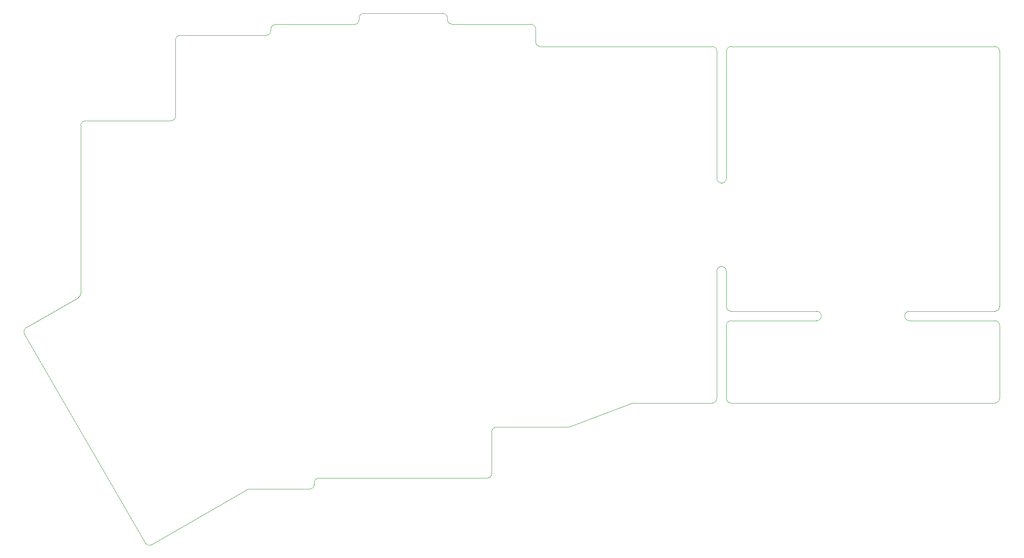
<source format=gbr>
%TF.GenerationSoftware,KiCad,Pcbnew,7.0.10*%
%TF.CreationDate,2024-03-24T21:28:30-04:00*%
%TF.ProjectId,Breeze,42726565-7a65-42e6-9b69-6361645f7063,Rev1.2*%
%TF.SameCoordinates,Original*%
%TF.FileFunction,Profile,NP*%
%FSLAX46Y46*%
G04 Gerber Fmt 4.6, Leading zero omitted, Abs format (unit mm)*
G04 Created by KiCad (PCBNEW 7.0.10) date 2024-03-24 21:28:30*
%MOMM*%
%LPD*%
G01*
G04 APERTURE LIST*
%TA.AperFunction,Profile*%
%ADD10C,0.050000*%
%TD*%
G04 APERTURE END LIST*
D10*
X166372000Y-194317000D02*
X202672000Y-194317000D01*
X252270000Y-102126000D02*
G75*
G03*
X251270000Y-101126000I-1000000J0D01*
G01*
X252270000Y-129614000D02*
G75*
G03*
X253270000Y-130614000I1000000J0D01*
G01*
X251270000Y-101126000D02*
X214150000Y-101126000D01*
X219962000Y-183317000D02*
G75*
G03*
X220312305Y-183253636I0J1000000D01*
G01*
X128896001Y-208308000D02*
G75*
G03*
X130262000Y-208673999I865999J500000D01*
G01*
X292795000Y-159321000D02*
X292795000Y-159276000D01*
X254305000Y-157276000D02*
G75*
G03*
X255305000Y-158276000I1000000J0D01*
G01*
X103212000Y-161822001D02*
G75*
G03*
X102846001Y-163188000I500000J-865999D01*
G01*
X134440000Y-117186000D02*
X115970000Y-117186000D01*
X313265000Y-102126000D02*
X313265000Y-157276000D01*
X254305000Y-129614000D02*
X254305000Y-102126000D01*
X212150000Y-96296000D02*
X195100000Y-96296000D01*
X204672000Y-183317000D02*
X219962000Y-183317000D01*
X254305000Y-161321000D02*
X254305000Y-177101000D01*
X251270000Y-178101000D02*
G75*
G03*
X252270000Y-177101000I0J1000000D01*
G01*
X273795000Y-158276000D02*
X255305000Y-158276000D01*
X134440000Y-117186000D02*
G75*
G03*
X135440000Y-116186000I0J1000000D01*
G01*
X313265000Y-161321000D02*
X313265000Y-177101000D01*
X102846000Y-163188000D02*
X128896000Y-208308000D01*
X312265000Y-160321000D02*
X293795000Y-160321000D01*
X292795000Y-159321000D02*
G75*
G03*
X293795000Y-160321000I1000000J0D01*
G01*
X130262000Y-208674000D02*
X150774000Y-196831000D01*
X255305000Y-101126000D02*
X312265000Y-101126000D01*
X203672000Y-193317000D02*
X203672000Y-184317000D01*
X194100000Y-95296000D02*
X194100000Y-94956000D01*
X175050000Y-94956000D02*
X175050000Y-95376000D01*
X274795000Y-159276000D02*
X274795000Y-159321000D01*
X164372000Y-196697000D02*
G75*
G03*
X165372000Y-195697000I0J1000000D01*
G01*
X255305000Y-178101000D02*
X312265000Y-178101000D01*
X273795000Y-160321000D02*
G75*
G03*
X274795000Y-159321000I0J1000000D01*
G01*
X254305000Y-149614000D02*
G75*
G03*
X253305000Y-148614000I-1000000J0D01*
G01*
X273795000Y-160321000D02*
X255305000Y-160321000D01*
X155000000Y-98706000D02*
G75*
G03*
X156000000Y-97706000I0J1000000D01*
G01*
X251270000Y-178101000D02*
X234270000Y-178101000D01*
X274795000Y-159276000D02*
G75*
G03*
X273795000Y-158276000I-1000000J0D01*
G01*
X174050000Y-96376000D02*
G75*
G03*
X175050000Y-95376000I0J1000000D01*
G01*
X253305000Y-148614000D02*
X253270000Y-148614000D01*
X174050000Y-96376000D02*
X157000000Y-96376000D01*
X176050000Y-93956000D02*
G75*
G03*
X175050000Y-94956000I0J-1000000D01*
G01*
X157000000Y-96376000D02*
G75*
G03*
X156000000Y-97376000I0J-1000000D01*
G01*
X255305000Y-101126000D02*
G75*
G03*
X254305000Y-102126000I0J-1000000D01*
G01*
X313265000Y-102126000D02*
G75*
G03*
X312265000Y-101126000I-1000000J0D01*
G01*
X213150000Y-100126000D02*
G75*
G03*
X214150000Y-101126000I1000000J0D01*
G01*
X151274000Y-196697000D02*
X164372000Y-196697000D01*
X253305000Y-130614000D02*
G75*
G03*
X254305000Y-129614000I0J1000000D01*
G01*
X253270000Y-148614000D02*
G75*
G03*
X252270000Y-149614000I0J-1000000D01*
G01*
X193100000Y-93956000D02*
X176050000Y-93956000D01*
X213150000Y-100126000D02*
X213150000Y-97296000D01*
X252270000Y-102126000D02*
X252270000Y-129614000D01*
X293795000Y-158276000D02*
G75*
G03*
X292795000Y-159276000I0J-1000000D01*
G01*
X255305000Y-160321000D02*
G75*
G03*
X254305000Y-161321000I0J-1000000D01*
G01*
X194100000Y-95296000D02*
G75*
G03*
X195100000Y-96296000I1000000J0D01*
G01*
X234270000Y-178101000D02*
G75*
G03*
X233919695Y-178164364I0J-1000000D01*
G01*
X166372000Y-194317000D02*
G75*
G03*
X165372000Y-195317000I0J-1000000D01*
G01*
X313265000Y-161321000D02*
G75*
G03*
X312265000Y-160321000I-1000000J0D01*
G01*
X202672000Y-194317000D02*
G75*
G03*
X203672000Y-193317000I0J1000000D01*
G01*
X135440000Y-99706000D02*
X135440000Y-116186000D01*
X156000000Y-97376000D02*
X156000000Y-97706000D01*
X253270000Y-130614000D02*
X253305000Y-130614000D01*
X312265000Y-178101000D02*
G75*
G03*
X313265000Y-177101000I0J1000000D01*
G01*
X115970000Y-117186000D02*
G75*
G03*
X114970000Y-118186000I0J-1000000D01*
G01*
X254305000Y-149614000D02*
X254305000Y-157276000D01*
X252270000Y-149614000D02*
X252270000Y-177101000D01*
X151274000Y-196697001D02*
G75*
G03*
X150774000Y-196830976I0J-999999D01*
G01*
X204672000Y-183317000D02*
G75*
G03*
X203672000Y-184317000I0J-1000000D01*
G01*
X194100000Y-94956000D02*
G75*
G03*
X193100000Y-93956000I-1000000J0D01*
G01*
X165372000Y-195317000D02*
X165372000Y-195697000D01*
X114470000Y-155322000D02*
X103212000Y-161822000D01*
X312265000Y-158276000D02*
G75*
G03*
X313265000Y-157276000I0J1000000D01*
G01*
X293795000Y-158276000D02*
X312265000Y-158276000D01*
X114970000Y-154456000D02*
X114970000Y-118186000D01*
X254305000Y-177101000D02*
G75*
G03*
X255305000Y-178101000I1000000J0D01*
G01*
X233920000Y-178164000D02*
X220313000Y-183254000D01*
X114470000Y-155322000D02*
G75*
G03*
X114969978Y-154455987I-500000J866000D01*
G01*
X136440000Y-98706000D02*
G75*
G03*
X135440000Y-99706000I0J-1000000D01*
G01*
X136440000Y-98706000D02*
X155000000Y-98706000D01*
X213150000Y-97296000D02*
G75*
G03*
X212150000Y-96296000I-1000000J0D01*
G01*
M02*

</source>
